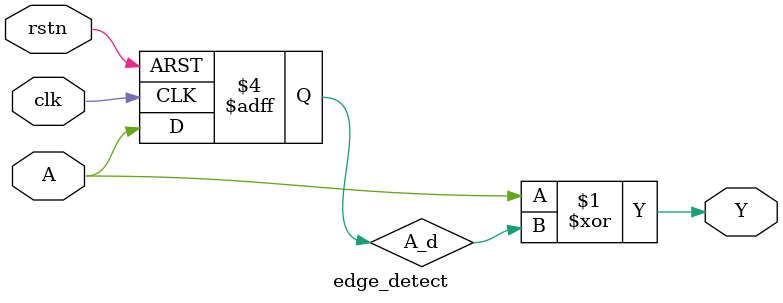
<source format=v>


module posedge_detect
(
	input							clk,
	input							rstn,

	input							A,
	output							Y
);

reg									A_d;

assign Y = A & ~A_d;

always @(posedge clk or negedge rstn)
begin
	if(!rstn)
		A_d <= 1'd0;
	else
		A_d <= A;
end

endmodule

//===============================================
// Negative edge detect module
//===============================================

module negedge_detect
(
	input							clk,
	input							rstn,

	input							A,
	output							Y
);

reg									A_d;

assign Y = ~A & A_d;

always @(posedge clk or negedge rstn)
begin
	if(!rstn)
		A_d <= 1'd0;
	else
		A_d <= A;
end

endmodule

module edge_detect
(
	input							clk,
	input							rstn,

	input							A,
	output						Y
);

reg									A_d;

assign Y = A ^ A_d;

//===============================================
// Both edge detect module
//===============================================

always @(posedge clk or negedge rstn)
begin
	if(!rstn)
		A_d <= 1'd0;
	else
		A_d <= A;
end

endmodule




</source>
